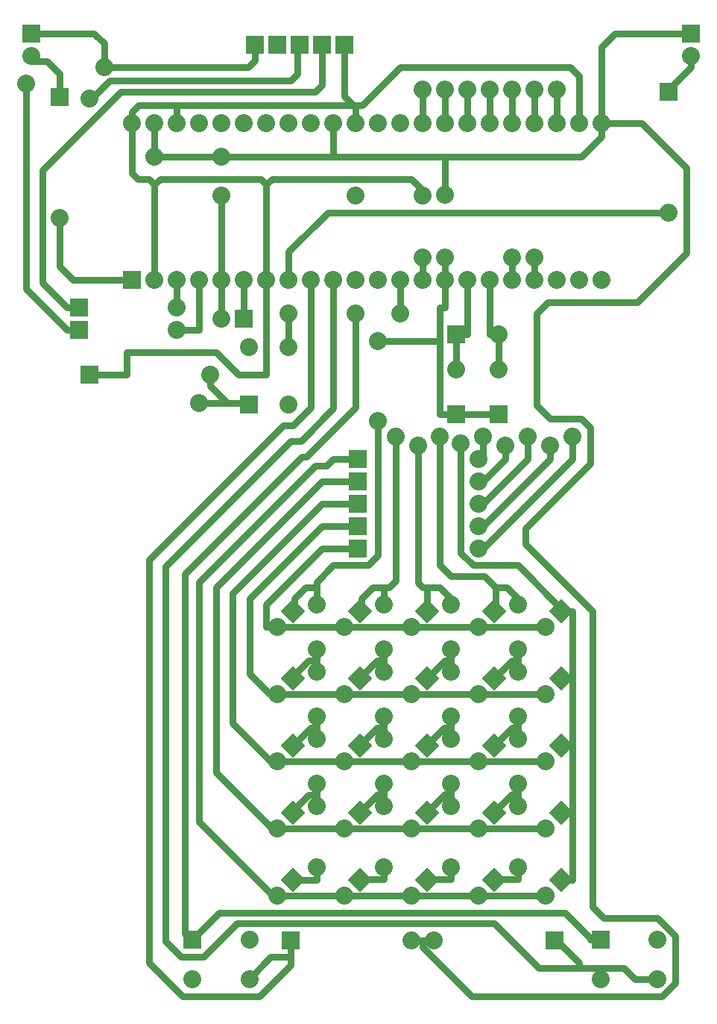
<source format=gbr>
%FSLAX23Y23*%
%MOIN*%
G04 EasyPC Gerber Version 17.0 Build 3379 *
%ADD15R,0.08000X0.08000*%
%ADD18C,0.03000*%
%ADD16C,0.08000*%
%AMT17*0 Rectangle Pad at angle 45*21,1,0.08000,0.08000,0,0,45*%
%ADD17T17*%
X0Y0D02*
D02*
D15*
X153Y4403D03*
X278Y4118D03*
X365Y3078D03*
Y3178D03*
X412Y2878D03*
X603Y3303D03*
X872Y355D03*
X1101Y3128D03*
X1125Y2747D03*
X1153Y4353D03*
X1252D03*
X1312Y353D03*
X1353Y4353D03*
X1453D03*
X1553D03*
X1612Y2103D03*
Y2203D03*
Y2303D03*
Y2403D03*
Y2503D03*
X2051Y3058D03*
X2053Y2703D03*
X2243D03*
X2493Y353D03*
X2697Y355D03*
X3003Y4143D03*
X3103Y4403D03*
D02*
D16*
X128Y4178D03*
X153Y4303D03*
X278Y3578D03*
X413Y4113D03*
X477Y4253D03*
X603Y4003D03*
X703Y3303D03*
Y3853D03*
Y4003D03*
X803Y3078D03*
Y3178D03*
Y3303D03*
Y4003D03*
X872Y178D03*
X903Y2753D03*
Y3303D03*
Y4003D03*
X953Y2878D03*
X1002Y3128D03*
Y3303D03*
Y3678D03*
Y3853D03*
Y4003D03*
X1103Y3303D03*
Y4003D03*
X1125Y3003D03*
X1127Y178D03*
Y355D03*
X1202Y3303D03*
Y4003D03*
X1252Y553D03*
Y853D03*
Y1153D03*
Y1453D03*
Y1753D03*
X1303Y2747D03*
Y3003D03*
Y3153D03*
Y3303D03*
Y4003D03*
X1403Y3303D03*
Y4003D03*
X1428Y678D03*
Y953D03*
Y1053D03*
Y1252D03*
Y1353D03*
Y1553D03*
Y1653D03*
Y1853D03*
X1503Y3303D03*
Y4003D03*
X1553Y553D03*
Y853D03*
Y1153D03*
Y1453D03*
Y1753D03*
X1603Y3153D03*
Y3303D03*
Y3678D03*
Y4003D03*
X1703Y2673D03*
Y3028D03*
Y3303D03*
Y4003D03*
X1728Y678D03*
Y953D03*
Y1053D03*
Y1252D03*
Y1353D03*
Y1553D03*
Y1653D03*
Y1853D03*
X1783Y2603D03*
X1803Y3153D03*
Y3303D03*
Y4003D03*
X1853Y353D03*
Y553D03*
Y853D03*
Y1153D03*
Y1453D03*
Y1753D03*
X1883Y2563D03*
X1903Y3303D03*
Y3403D03*
Y3678D03*
Y4003D03*
Y4153D03*
X1953Y353D03*
X1978Y2603D03*
X2003Y3303D03*
Y3403D03*
Y3683D03*
Y4003D03*
Y4153D03*
X2028Y678D03*
Y953D03*
Y1053D03*
Y1252D03*
Y1353D03*
Y1553D03*
Y1653D03*
Y1853D03*
X2053Y2903D03*
X2072Y2573D03*
X2103Y3303D03*
Y4003D03*
Y4153D03*
X2153Y553D03*
Y853D03*
Y1153D03*
Y1453D03*
Y1753D03*
Y2103D03*
Y2203D03*
Y2303D03*
Y2403D03*
Y2503D03*
X2172Y2603D03*
X2203Y3303D03*
Y4003D03*
Y4153D03*
X2243Y2903D03*
Y3058D03*
X2273Y2563D03*
X2303Y3303D03*
Y3403D03*
Y4003D03*
Y4153D03*
X2328Y678D03*
Y953D03*
Y1053D03*
Y1252D03*
Y1353D03*
Y1553D03*
Y1653D03*
Y1853D03*
X2373Y2603D03*
X2403Y3303D03*
Y3403D03*
Y4003D03*
Y4153D03*
X2453Y553D03*
Y853D03*
Y1153D03*
Y1453D03*
Y1753D03*
X2473Y2563D03*
X2503Y3303D03*
Y4003D03*
Y4153D03*
X2573Y2603D03*
X2603Y3303D03*
Y4003D03*
X2697Y178D03*
X2703Y3303D03*
Y4003D03*
X2953Y178D03*
Y355D03*
X3003Y3603D03*
X3103Y4303D03*
D02*
D17*
X1323Y623D03*
Y923D03*
Y1223D03*
Y1523D03*
Y1823D03*
X1623Y623D03*
Y923D03*
Y1223D03*
Y1523D03*
Y1823D03*
X1923Y623D03*
Y923D03*
Y1223D03*
Y1523D03*
Y1823D03*
X2223Y623D03*
Y923D03*
Y1223D03*
Y1523D03*
Y1823D03*
X2523Y623D03*
Y923D03*
Y1223D03*
Y1523D03*
Y1823D03*
D02*
D18*
X128Y4178D02*
Y3263D01*
X313Y3078*
X365*
X278Y4118D02*
Y4223D01*
X223Y4278*
X153*
Y4303*
X365Y3178D02*
X313D01*
X203Y3288*
Y3793*
X553Y4143*
X1423*
X1453Y4173*
Y4353*
X412Y2878D02*
X578D01*
Y2978*
X978*
X1077Y2878*
X1202*
Y3303*
X413Y4113D02*
X423D01*
X502Y4193*
X1313*
X1343Y4223*
Y4353*
X1353*
X477Y4253D02*
Y4358D01*
X433Y4403*
X153*
X603Y3303D02*
X338D01*
X278Y3363*
Y3578*
X703Y3303D02*
Y3728D01*
X728Y3753*
X1178*
X1202Y3728*
Y3303*
X703D02*
Y3728D01*
X678Y3753*
X627*
X603Y3778*
Y4003*
X703Y3853D02*
Y4003D01*
Y3853D02*
X1002D01*
X803Y3078D02*
X903D01*
Y3303*
X803Y3178D02*
Y3303D01*
Y4003D02*
Y4082D01*
X632*
X603Y4053*
Y4003*
X903Y2753D02*
X1125D01*
Y2747*
X1002Y3128D02*
Y3303D01*
Y3678D02*
Y3303D01*
Y3853D02*
X1503D01*
X1101Y3128D02*
X1103D01*
Y3303*
X1125Y2747D02*
Y2753D01*
X1028*
X953Y2828*
Y2878*
X1153Y4353D02*
Y4282D01*
X1123Y4253*
X477*
X1252Y553D02*
X1553D01*
X1252D02*
X1233D01*
X903Y883*
Y1953*
X1423Y2473*
X1473*
X1503Y2503*
X1612*
X1252Y853D02*
X1553D01*
X1252D02*
X1228D01*
X978Y1103*
Y1928*
X1453Y2403*
X1612*
X1252Y1153D02*
X1553D01*
X1252Y1453D02*
X1553D01*
X1252Y1753D02*
X1553D01*
X1252D02*
X1202D01*
Y1853*
X1453Y2103*
X1612*
X1303Y3003D02*
Y3153D01*
Y3303D02*
Y3428D01*
X1478Y3603*
X3003*
X1312Y353D02*
Y242D01*
X1173Y103*
X828*
X678Y253*
Y2053*
X1278Y2653*
X1323*
X1403Y2733*
Y3303*
X1312Y353D02*
Y278D01*
X1223*
X1127Y183*
Y178*
X1323Y623D02*
X1428D01*
Y678*
X1323Y1823D02*
X1328D01*
Y1878*
X1378Y1928*
X1428*
Y953D02*
Y1053D01*
Y953D02*
Y1002D01*
X1393*
X1323Y933*
Y923*
X1428Y1252D02*
Y1303D01*
X1403*
X1323Y1223*
X1428Y1353D02*
Y1252D01*
Y1603D02*
Y1653D01*
Y1603D02*
Y1553D01*
Y1603D02*
X1393D01*
X1323Y1533*
Y1523*
X1428Y1853D02*
Y1928D01*
Y1953*
X1503Y2028*
X1658*
X1703Y2072*
Y2673*
X1503Y3853D02*
Y4003D01*
Y3853D02*
X2003D01*
X1553Y553D02*
X1853D01*
X1553Y853D02*
X1853D01*
X1553Y1153D02*
X1853D01*
X1553Y1453D02*
X1853D01*
X1553Y1753D02*
X1853D01*
X1553Y4353D02*
Y4122D01*
X1593Y4082*
X1633*
X1803Y4253*
X2043*
X1603Y3153D02*
Y2733D01*
X1383Y2513*
X1363*
X838Y1988*
Y383*
X866Y355*
X872*
X1603Y4003D02*
Y4082D01*
X803*
X1603D02*
X1633D01*
X1803Y4253*
X2043*
X1612Y2203D02*
X1453D01*
X1127Y1878*
Y1543*
X1218Y1453*
X1252*
X1612Y2303D02*
X1453D01*
X1053Y1903*
Y1323*
X1223Y1153*
X1252*
X1623Y923D02*
X1628D01*
Y932*
X1703Y1007*
X1728*
X1623Y1223D02*
X1628D01*
Y1233*
X1698Y1303*
X1728*
X1623Y1523D02*
X1628D01*
Y1533*
X1698Y1603*
X1728*
X1623Y1823D02*
X1628D01*
Y1878*
X1678Y1928*
X1728*
X1703Y3028D02*
X1978D01*
X1728Y678D02*
Y627D01*
X1623*
Y623*
X1728Y1007D02*
Y953D01*
Y1053D02*
Y1007D01*
Y1303D02*
Y1252D01*
Y1353D02*
Y1303D01*
Y1603D02*
Y1553D01*
Y1653D02*
Y1603D01*
Y1928D02*
Y1853D01*
Y1928D02*
X1753D01*
X1783Y1958*
Y2603*
X1803Y3303D02*
Y3153D01*
X1853Y353D02*
X1953D01*
X1853Y553D02*
X2153D01*
X1853Y853D02*
X2153D01*
X1853Y1153D02*
X2153D01*
X1853Y1453D02*
X2153D01*
X1853Y1753D02*
X2153D01*
X1903Y3303D02*
Y3403D01*
Y3678D02*
Y3703D01*
X1853Y3753*
X1228*
X1202Y3728*
Y3303*
X1903Y4153D02*
Y4003D01*
X1923Y923D02*
X1928D01*
Y932*
X2003Y1007*
X2028*
X1923Y1223D02*
X1928D01*
Y1233*
X1998Y1303*
X2028*
X1923Y1523D02*
X1928D01*
Y1528*
X2003Y1603*
X2028*
X1923Y1823D02*
Y1928D01*
X1978*
X2028Y1878*
Y1853*
X1923Y1823D02*
Y1928D01*
X1903*
X1883Y1948*
Y2563*
X1978Y2603D02*
Y2028D01*
X2028Y1978*
X2178*
X2228Y1928*
Y1823*
X2223*
X1978Y3028D02*
Y3178D01*
X2003*
Y3303*
Y3403*
Y3853D02*
Y3683D01*
Y4153D02*
Y4003D01*
X2028Y678D02*
Y627D01*
X1923*
Y623*
X2028Y1007D02*
Y953D01*
Y1053D02*
Y1007D01*
Y1303D02*
Y1252D01*
Y1353D02*
Y1303D01*
Y1603D02*
Y1553D01*
Y1653D02*
Y1603D01*
X2053Y2703D02*
X1978D01*
Y3028*
X2053Y2703D02*
X2243D01*
X2053Y2903D02*
Y3058D01*
X2051*
X2103Y3303D02*
Y3058D01*
X2051*
X2103Y4153D02*
Y4003D01*
X2153Y553D02*
X2453D01*
X2153Y853D02*
X2453D01*
X2153Y1153D02*
X2453D01*
X2153Y1453D02*
X2453D01*
X2153Y1753D02*
X2453D01*
X2153Y2203D02*
X2172D01*
X2473Y2503*
Y2563*
X2153Y2303D02*
X2172D01*
X2373Y2503*
Y2603*
X2153Y2403D02*
X2172D01*
X2273Y2503*
Y2563*
X2153Y2503D02*
X2172D01*
Y2603*
X2203Y3303D02*
Y3058D01*
X2243*
X2203Y4153D02*
Y4003D01*
X2223Y923D02*
X2228D01*
Y932*
X2303Y1007*
X2328*
X2223Y1223D02*
X2228D01*
Y1228*
X2303Y1303*
X2328*
X2223Y1523D02*
X2228D01*
Y1528*
X2303Y1603*
X2328*
X2223Y1823D02*
X2228D01*
Y1928*
X2278*
X2328Y1878*
Y1853*
X2243Y2903D02*
Y3058D01*
X2303Y3403D02*
Y3303D01*
Y4153D02*
Y4003D01*
X2328Y678D02*
Y627D01*
X2223*
Y623*
X2328Y1007D02*
Y953D01*
Y1053D02*
Y1007D01*
Y1303D02*
Y1252D01*
Y1353D02*
Y1303D01*
Y1603D02*
Y1553D01*
Y1653D02*
Y1603D01*
X2403Y3303D02*
Y3403D01*
Y4153D02*
Y4003D01*
X2493Y353D02*
X2503D01*
X2603Y253*
Y228*
X2422*
X2223Y428*
X1073*
X923Y278*
X823*
X753Y348*
Y2023*
X1313Y2583*
X1358*
X1503Y2728*
Y3303*
X2493Y353D02*
X2503D01*
X2603Y253*
Y228*
X2803*
X2853Y178*
X2953*
X2503Y4153D02*
Y4003D01*
X2523Y623D02*
Y623D01*
X2573*
Y923*
X2523Y923D02*
X2553D01*
Y923*
X2573*
X2523Y1223D02*
X2573D01*
Y1523*
X2523*
X2573*
Y1823*
X2523*
Y1832*
X2328Y2028*
X2128*
X2072Y2083*
Y2573*
X2573Y923D02*
Y1223D01*
X2523*
Y1223*
X2573Y2603D02*
Y2503D01*
X2172Y2103*
X2153*
X2603Y4003D02*
Y4213D01*
X2563Y4253*
X2043*
X2697Y355D02*
X2653D01*
Y363*
X2538Y477*
X993*
X877Y363*
Y355*
X872*
X2703Y4003D02*
Y4343D01*
X2763Y4403*
X3103*
X2703Y4003D02*
X2883D01*
X3083Y3803*
Y3423*
X2863Y3203*
X2463*
X2413Y3153*
Y2743*
X2473Y2683*
X2613*
X2653Y2643*
Y2483*
X2363Y2192*
Y2123*
X2663Y1823*
Y502*
X2713Y453*
X2953*
X3033Y373*
Y163*
X2973Y103*
X2123*
X1903Y323*
Y353*
X1953*
X2703Y4003D02*
Y3943D01*
X2613Y3853*
X2003*
X3103Y4303D02*
Y4253D01*
X3003Y4153*
Y4143*
X0Y0D02*
M02*

</source>
